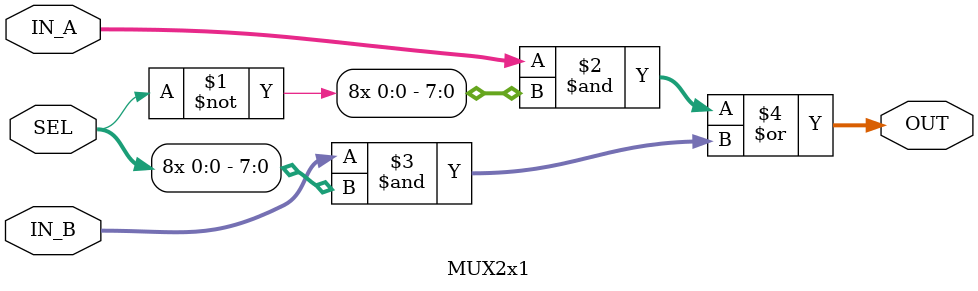
<source format=v>
module MUX2x1(  input [WIDTH-1:0] IN_A, //SEL = 0
                input [WIDTH-1:0] IN_B, //SEL = 1
                input SEL,
                output [WIDTH-1:0]OUT);
    parameter WIDTH = 8;
    assign OUT = (IN_A & {WIDTH{~SEL}}) | (IN_B & {WIDTH{SEL}});
endmodule
</source>
